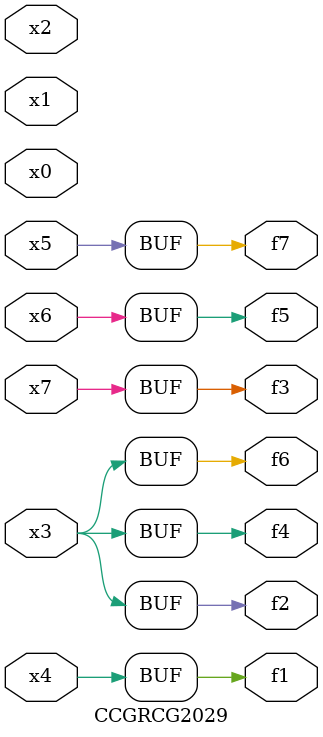
<source format=v>
module CCGRCG2029(
	input x0, x1, x2, x3, x4, x5, x6, x7,
	output f1, f2, f3, f4, f5, f6, f7
);
	assign f1 = x4;
	assign f2 = x3;
	assign f3 = x7;
	assign f4 = x3;
	assign f5 = x6;
	assign f6 = x3;
	assign f7 = x5;
endmodule

</source>
